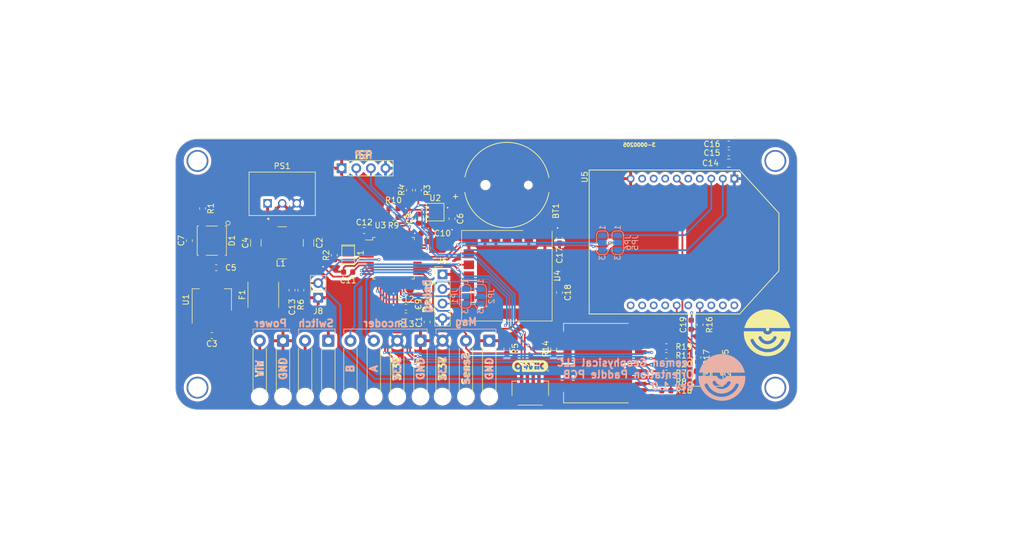
<source format=kicad_pcb>
(kicad_pcb (version 20240108) (generator "pcbnew") (generator_version "8.0")
  (title_block (title "Orientation Paddle - NSSL EFM") (date "2024-03-22") (rev "1.0") (company "Leeman Geophysical LLC") (comment 1 "(479) 373-3736") (comment 2 "Gentry, AR 72734") (comment 3 "23830 West AR Highway 12"))
  (layers (0 "F.Cu" signal) (31 "B.Cu" signal) (34 "B.Paste" user) (35 "F.Paste" user) (36 "B.SilkS" user "B.Silkscreen") (37 "F.SilkS" user "F.Silkscreen") (38 "B.Mask" user) (39 "F.Mask" user) (44 "Edge.Cuts" user))
  (net 0 "")
  (net 1 "Net-(BT1-+)")
  (net 2 "GND")
  (net 3 "+3V3")
  (net 4 "+BATT")
  (net 5 "Net-(PS1-+VIN)")
  (net 6 "+5V")
  (net 7 "Reset")
  (net 8 "Net-(D1-DIN)")
  (net 9 "Net-(C19-Pad2)")
  (net 11 "Net-(D2-A)")
  (net 12 "Net-(D3-A)")
  (net 13 "Net-(J5-Pin_1)")
  (net 14 "Encoder_A")
  (net 15 "Encoder_B")
  (net 16 "SDA")
  (net 17 "SCL")
  (net 18 "Mag_Sens")
  (net 19 "Net-(J4-Pin_2)")
  (net 20 "UART3_TX")
  (net 21 "UART3_RX")
  (net 22 "SWCLK")
  (net 23 "SWDIO")
  (net 24 "Net-(J10-DAT2)")
  (net 25 "SD_CS")
  (net 26 "SPI_MOSI")
  (net 27 "SPI_SCK")
  (net 28 "SPI_MISO")
  (net 29 "Net-(J10-DAT1)")
  (net 30 "SD_CD")
  (net 31 "Net-(JP1-C)")
  (net 32 "Net-(JP2-C)")
  (net 33 "XBee_TX")
  (net 34 "Net-(JP5-C)")
  (net 35 "XBee_RX")
  (net 36 "Net-(JP6-C)")
  (net 37 "LED")
  (net 38 "Net-(U3-PD0)")
  (net 39 "Net-(U3-PD1)")
  (net 40 "Boot0")
  (net 41 "Boot1")
  (net 42 "Net-(U5-~{DIO10{slash}PWM0})")
  (net 43 "Net-(U5-AD3{slash}DIO3{slash}nSSEL)")
  (net 44 "Net-(U5-Assoc{slash}DIO5)")
  (net 49 "GPS_PPS")
  (net 50 "GPS_TX")
  (net 51 "GPS_RX")
  (footprint "resistors_0603:1-0000010" (layer "F.Cu") (at 141.097 140.97 180)
    (property "Reference" "R7")
    (property "Value" "1-0000010")
  )
  (footprint "microcontrollers:1-0000207" (layer "F.Cu") (at 93.726 121.031)
    (property "Reference" "U3")
    (property "Value" "1-0000207")
  )
  (footprint "np_connectors:SolderWire_1x04_Relief" (layer "F.Cu") (at 92.275 133.747)
    (property "Reference" "J1" (hide yes))
    (property "Value" "NP_Conn_01x04_Relief")
  )
  (footprint "misc:barepcb" (layer "F.Cu") (at 162.941 170.18)
    (property "Reference" "PCB1")
    (property "Value" "barepcb")
  )
  (footprint "resistors_0603:1-0000010" (layer "F.Cu") (at 98.044 109.22 -90)
    (property "Reference" "R3")
    (property "Value" "1-0000010")
  )
  (footprint "dc_dc_converters:1-0000727" (layer "F.Cu") (at 74.402 109.855)
    (property "Reference" "PS1")
    (property "Value" "1-0000727")
  )
  (footprint "resistors_0603:1-0000010" (layer "F.Cu") (at 141.097 137.922 180)
    (property "Reference" "R11")
    (property "Value" "1-0000010")
  )
  (footprint "leds_0805:1-0000599" (layer "F.Cu") (at 149.987 141.5795 90)
    (property "Reference" "D2")
    (property "Value" "1-0000599")
  )
  (footprint "np_connectors:SolderWire_1x02_Relief" (layer "F.Cu") (at 72.463 134.764)
    (property "Reference" "J4" (hide yes))
    (property "Value" "NP_Conn_01x02_Relief")
  )
  (footprint "pcb_graphics:PCB Logo Standard" (layer "F.Cu") (at 158.623 133.985)
    (property "Reference" "G***" (hide yes))
    (property "Value" "LOGO" (hide yes))
  )
  (footprint "mechanical:MountingHole_imperial6" (layer "F.Cu") (at 160.02 104.14)
    (property "Reference" "H4" (hide yes))
    (property "Value" "Imperial6")
  )
  (footprint "crystals_resonators:1-0000721" (layer "F.Cu") (at 85.852 120.523 -90)
    (property "Reference" "Y1")
    (property "Value" "1-0000721")
  )
  (footprint "resistors_0603:1-0000174" (layer "F.Cu") (at 93.726 112.395)
    (property "Reference" "R10")
    (property "Value" "1-0000174")
  )
  (footprint "np_connectors:SolderWire_1x03_Relief" (layer "F.Cu") (at 104.211 133.747)
    (property "Reference" "J3" (hide yes))
    (property "Value" "NP_Conn_01x03_Relief")
  )
  (footprint "resistors_0603:1-0000008" (layer "F.Cu") (at 149.987 138.2775 -90)
    (property "Reference" "R15")
    (property "Value" "1-0000008")
  )
  (footprint "capacitors_0603:1-0000007" (layer "F.Cu") (at 122.555 117.602 -90)
    (property "Reference" "C17")
    (property "Value" "1-0000007")
  )
  (footprint "mechanical:MountingHole_imperial6" (layer "F.Cu") (at 59.69 143.51)
    (property "Reference" "H1" (hide yes))
    (property "Value" "Imperial6")
  )
  (footprint "resistors_0603:1-0000174" (layer "F.Cu") (at 141.097 144.018 180)
    (property "Reference" "R18")
    (property "Value" "1-0000174")
  )
  (footprint "resistors_0603:1-0000006" (layer "F.Cu") (at 146.939 132.588 90)
    (property "Reference" "R16")
    (property "Value" "1-0000006")
  )
  (footprint "connectors:1-0000050" (layer "F.Cu") (at 143.944 118.237 -90)
    (property "Reference" "J9" (hide yes))
    (property "Value" "1-0000050" (hide yes))
  )
  (footprint "lib_fp:5mm qwiic logo" (layer "F.Cu") (at 117.475 139.7)
    (property "Reference" "G***" (hide yes))
    (property "Value" "QWIIC" (hide yes))
  )
  (footprint "resistors_0603:1-0000006" (layer "F.Cu") (at 95.885 129.54 180)
    (property "Reference" "R12")
    (property "Value" "1-0000006")
  )
  (footprint "np_connectors:PinHeader_1x04_P2.54mm_Vertical" (layer "F.Cu") (at 84.719 105.41 90)
    (property "Reference" "J7" (hide yes))
    (property "Value" "NP_Conn_01x04")
  )
  (footprint "leds_0805:1-0000601" (layer "F.Cu") (at 146.558 141.5795 90)
    (property "Reference" "D3")
    (property "Value" "1-0000601")
  )
  (footprint "fuses:1-0001517" (layer "F.Cu") (at 71.12 127.381 90)
    (property "Reference" "F1")
    (property "Value" "1-0001517")
  )
  (footprint "capacitors_0603:1-0000007" (layer "F.Cu") (at 98.044 126.619 -90)
    (property "Reference" "C9")
    (property "Value" "1-0000007")
  )
  (footprint "resistors_0603:1-0000008" (layer "F.Cu") (at 146.558 138.2775 90)
    (property "Reference" "R17")
    (property "Value" "1-0000008")
  )
  (footprint "mechanical:Fiducial_1mm_Mask2mm" (layer "F.Cu") (at 66.04 102.87)
    (property "Reference" "FID2" (hide yes))
    (property "Value" "Fiducial_1mm_2mm")
  )
  (footprint "capacitors_0805:1-0000075" (layer "F.Cu") (at 151.9405 104.521 180)
    (property "Reference" "C14")
    (property "Value" "1-0000075")
  )
  (footprint "capacitors_0603:1-0000007" (layer "F.Cu") (at 76.112 126.586 -90)
    (property "Reference" "C13")
    (property "Value" "1-0000007")
  )
  (footprint "capacitors_0603:1-0000007" (layer "F.Cu") (at 88.6205 116.2305 180)
    (property "Reference" "C12")
    (property "Value" "1-0000007")
  )
  (footprint "resistors_0603:1-0000679" (layer "F.Cu") (at 60.579 112.395 -90)
    (property "Reference" "R1")
    (property "Value" "1-0000679")
  )
  (footprint "resistors_0603:1-0000006" (layer "F.Cu") (at 93.726 113.919 180)
    (property "Reference" "R9")
    (property "Value" "1-0000006")
  )
  (footprint "resistors_0603:1-0000174" (layer "F.Cu") (at 95.885 131.064)
    (property "Reference" "R13")
    (property "Value" "1-0000174")
  )
  (footprint "resistors_0603:1-0000010" (layer "F.Cu") (at 77.636 126.586 90)
    (property "Reference" "R6")
    (property "Value" "1-0000010")
  )
  (footprint "capacitors_0603:1-0000018" (layer "F.Cu") (at 62.179 134.468 180)
    (property "Reference" "C3")
    (property "Value" "1-0000018")
  )
  (footprint "np_connectors:SolderWire_1x02_Relief" (layer "F.Cu") (at 80.337 134.764)
    (property "Reference" "J5" (hide yes))
    (property "Value" "NP_Conn_01x02_Relief")
  )
  (footprint "resistors_0603:1-0000010" (layer "F.Cu") (at 121.539 136.779 -90)
    (property "Reference" "R14")
    (property "Value" "1-0000010")
  )
  (footprint "capacitors_0603:1-0000007" (layer "F.Cu") (at 145.415 132.588 -90)
    (property "Reference" "C19")
    (property "Value" "1-0000007")
  )
  (footprint "batteries:1-0000246" (layer "F.Cu") (at 113.411 108.331 -90)
    (property "Reference" "BT1")
    (property "Value" "1-0000246")
  )
  (footprint "resistors_0603:1-0000010" (layer "F.Cu") (at 96.52 109.22 -90)
    (property "Reference" "R4")
    (property "Value" "1-0000010")
  )
  (footprint "capacitors_0603:1-0000018" (layer "F.Cu") (at 58.293 117.983 90)
    (property "Reference" "C7")
    (property "Value" "1-0000018")
  )
  (footprint "capacitors_0603:1-0000019" (layer "F.Cu") (at 62.941 122.682)
    (property "Reference" "C5")
    (property "Value" "1-0000019")
  )
  (footprint "regulators:1-0001232" (layer "F.Cu") (at 62.179 128.245 90)
    (property "Reference" "U1")
    (property "Value" "1-0001232")
  )
  (footprint "capacitors_0603:1-0000007" (layer "F.Cu") (at 99.314 116.713)
    (property "Reference" "C10")
    (property "Value" "1-0000007")
  )
  (footprint "connectors:1-0001205" (layer "F.Cu") (at 117.475 144.272 180)
    (property "Reference" "J2" (hide yes))
    (property "Value" "1-0001205")
  )
  (footprint "resistors_0603:1-0000010" (layer "F.Cu") (at 141.097 142.494 180)
    (property "Reference" "R8")
    (property "Value" "1-0000010")
  )
  (footprint "mechanical:MountingHole_imperial6" (layer "F.Cu") (at 160.02 143.51)
    (property "Reference" "H2" (hide yes))
    (property "Value" "Imperial6")
  )
  (footprint "capacitors_0603:1-0000007" (layer "F.Cu") (at 99.568 132.1055 90)
    (property "Reference" "C1")
    (property "Value" "1-0000007")
  )
  (footprint "np_connectors:PinHeader_1x04_P2.54mm_Vertical" (layer "F.Cu") (at 102.235 123.835)
    (property "Reference" "J6")
    (property "Value" "NP_Conn_01x04")
  )
  (footprint "others:1-0000785" (layer "F.Cu") (at 152.904 118.219 -90)
    (property "Reference" "U5")
    (property "Value" "1-0000785" (hide yes))
  )
  (footprint "capacitors_0603:1-0000007" (layer "F.Cu") (at 98.044 114.173 -90)
    (property "Reference" "C8")
    (property "Value" "1-0000007")
  )
  (footprint "capacitors_0603:1-0000018" (layer "F.Cu") (at 151.9405 102.743 180)
    (property "Reference" "C15")
    (property "Value" "1-0000018")
  )
  (footprint "capacitors_0603:1-0000007" (layer "F.Cu") (at 122.555 127 -90)
    (property "Reference" "C18")
    (property "Value" "1-0000007")
  )
  (footprint "sensors:1-0001471" (layer "F.Cu") (at 100.965 113.03 180)
    (property "Reference" "U2")
    (property "Value" "1-0001471" (hide yes))
  )
  (footprint "capacitors_1206:1-0000136" (layer "F.Cu") (at 69.83 118.364 90)
    (property "Reference" "C4")
    (property "Value" "1-0000136")
  )
  (footprint "inductors:1-0000931" (layer "F.Cu") (at 74.402 118.364 180)
    (property "Reference" "L1")
    (property "Value" "1-0000931")
  )
  (footprint "capacitors_1206:1-0000136" (layer "F.Cu") (at 78.974 118.364 90)
    (property "Reference" "C2")
    (property "Value" "1-0000136")
  )
  (footprint "mechanical:Fiducial_1mm_Mask2mm" (layer "F.Cu") (at 153.67 144.78)
    (property "Reference" "FID1" (hide yes))
    (property "Value" "Fiducial_1mm_2mm")
  )
  (footprint "mechanical:MountingHole_imperial6" (layer "F.Cu") (at 59.69 104.14)
    (property "Reference" "H3" (hide yes))
    (property "Value" "Imperial6")
  )
  (footprint "others:1-0000446" (layer "F.Cu") (at 113.411 124.079 -90)
    (property "Reference" "U4")
    (property "Value" "1-0000446")
  )
  (footprint "capacitors_0603:1-0000007" (layer "F.Cu") (at 141.097 139.446 180)
    (property "Reference" "C20")
    (property "Value" "1-0000007")
  )
  (footprint "np_connectors:PinHeader_1x02_P2.54mm_Vertical" (layer "F.Cu") (at 80.645 127.894 180)
    (property "Reference" "J8")
    (property "Value" "NP_Conn_01x02")
  )
  (footprint "resistors_0603:1-0000010" (layer "F.Cu") (at 113.411 136.7535 -90)
    (property "Reference" "R5")
    (property "Value" "1-0000010")
  )
  (footprint "resistors_0603:1-0000009" (layer "F.Cu") (at 83.439 120.523 -90)
    (property "Reference" "R2")
    (property "Value" "1-0000009")
  )
  (footprint "leds_other:1-0000399" (layer "F.Cu") (at 62.179 117.983 90)
    (property "Reference" "D1")
    (property "Value" "1-0000399")
  )
  (footprint "resistors_0603:1-0000174" (layer "F.Cu") (at 141.097 136.398 180)
    (property "Reference" "R19")
    (property "Value" "1-0000174")
  )
  (footprint "capacitors_0603:1-0000007" (layer "F.Cu") (at 85.852 123.444 180)
    (property "Reference" "C11")
    (property "Value" "1-0000007")
  )
  (footprint "capacitors_0603:1-0000007" (layer "F.Cu") (at 103.886 114.173 -90)
    (property "Reference" "C6")
    (property "Value" "1-0000007")
  )
  (footprint "capacitors_0603:1-0000007" (layer "F.Cu") (at 151.9405 101.219 180)
    (property "Reference" "C16")
    (property "Value" "1-0000007")
  )
  (footprint "connectors:1-0000190" (layer "F.Cu") (at 130.302 139.446 90)
    (property "Reference" "J10" (hide yes))
    (property "Value" "1-0000190" (hide yes))
  )
  (footprint "Jumper:SolderJumper-3_P1.3mm_Open_RoundedPad1.0x1.5mm_NumberLabels" (layer "B.Cu") (at 106.172 127.635 -90)
    (property "Reference" "JP1")
    (property "Value" "SolderJumper_3_Open")
  )
  (footprint "Jumper:SolderJumper-3_P1.3mm_Open_RoundedPad1.0x1.5mm_NumberLabels" (layer "B.Cu") (at 132.6515 118.334 -90)
    (property "Reference" "JP5")
    (property "Value" "SolderJumper_3_Open")
  )
  (footprint "Jumper:SolderJumper-3_P1.3mm_Open_RoundedPad1.0x1.5mm_NumberLabels" (layer "B.Cu") (at 129.9845 118.334 -90)
    (property "Reference" "JP6")
    (property "Value" "SolderJumper_3_Open")
  )
  (footprint "pcb_graphics:PCB Logo Standard" (layer "B.Cu") (at 150.749 141.732 180)
    (property "Reference" "G***" (hide yes))
    (property "Value" "LOGO" (hide yes))
  )
  (footprint "Jumper:SolderJumper-3_P1.3mm_Open_RoundedPad1.0x1.5mm_NumberLabels" (layer "B.Cu") (at 108.839 127.645 -90)
    (property "Reference" "JP2")
    (property "Value" "SolderJumper_3_Open")
  )
  (gr_line (start 85.09 134.112) (end 85.09 133.35) (stroke (width 0.15)) (layer "B.SilkS"))
  (gr_line (start 111.506 133.35) (end 111.506 134.112) (stroke (width 0.15)) (layer "B.SilkS"))
  (gr_line (start 69.342 133.35) (end 75.692 133.35) (stroke (width 0.15)) (layer "B.SilkS"))
  (gr_line (start 101.092 134.112) (end 101.092 133.35) (stroke (width 0.15)) (layer "B.SilkS"))
  (gr_line (start 75.692 133.35) (end 75.692 134.112) (stroke (width 0.15)) (layer "B.SilkS"))
  (gr_line (start 85.09 133.35) (end 99.568 133.35) (stroke (width 0.15)) (layer "B.SilkS"))
  (gr_line (start 101.092 133.35) (end 111.506 133.35) (stroke (width 0.15)) (layer "B.SilkS"))
  (gr_line (start 69.342 134.112) (end 69.342 133.35) (stroke (width 0.15)) (layer "B.SilkS"))
  (gr_line (start 77.216 133.35) (end 83.566 133.35) (stroke (width 0.15)) (layer "B.SilkS"))
  (gr_line (start 83.566 133.35) (end 83.566 134.112) (stroke (width 0.15)) (layer "B.SilkS"))
  (gr_line (start 77.216 134.112) (end 77.216 133.35) (stroke (width 0.15)) (layer "B.SilkS"))
  (gr_line (start 99.568 133.35) (end 99.568 134.112) (stroke (width 0.15)) (layer "B.SilkS"))
  (gr_arc (start 59.69 147.32) (mid 56.995923 146.204077) (end 55.88 143.51) (stroke (width 0.1)) (layer "Edge.Cuts"))
  (gr_line (start 55.88 104.14) (end 55.88 143.51) (stroke (width 0.1)) (layer "Edge.Cuts"))
  (gr_line (start 160.02 100.33) (end 59.69 100.33) (stroke (width 0.1)) (layer "Edge.Cuts"))
  (gr_arc (start 163.83 143.51) (mid 162.714077 146.204077) (end 160.02 147.32) (stroke (width 0.1)) (layer "Edge.Cuts"))
  (gr_arc (start 55.88 104.14) (mid 56.995923 101.445923) (end 59.69 100.33) (stroke (width 0.1)) (layer "Edge.Cuts"))
  (gr_arc (start 160.02 100.33) (mid 162.714077 101.445923) (end 163.83 104.14) (stroke (width 0.1)) (layer "Edge.Cuts"))
  (gr_line (start 59.69 147.32) (end 160.02 147.32) (stroke (width 0.1)) (layer "Edge.Cuts"))
  (gr_line (start 163.83 143.51) (end 163.83 104.14) (stroke (width 0.1)) (layer "Edge.Cuts"))
  (gr_text "Debug" (at 99.554373 127.622053 90) (layer "B.SilkS") (effects (font (size 1.27 1.27) (thickness 0.3175)) (justify mirror)))
  (gr_text "GND" (at 74.549 140.208 90) (layer "B.SilkS") (effects (font (size 1.27 1.27) (thickness 0.3175)) (justify mirror)))
  (gr_text "Leeman Geophysical LLC\nOrientation Paddle PCB\nRev 1.0" (at 146.05 141.224 0) (layer "B.SilkS") (effects (font (size 1.27 1.27) (thickness 0.3)) (justify left mirror)))
  (gr_text "GND" (at 110.363 140.208 90) (layer "B.SilkS") (effects (font (size 1.27 1.27) (thickness 0.3175)) (justify mirror)))
  (gr_text "B" (at 86.233 140.208 90) (layer "B.SilkS") (effects (font (size 1.27 1.27) (thickness 0.3175)) (justify mirror)))
  (gr_text "A" (at 90.297 140.208 90) (layer "B.SilkS") (effects (font (size 1.27 1.27) (thickness 0.3175)) (justify mirror)))
  (gr_text "Sense" (at 106.299 140.208 90) (layer "B.SilkS") (effects (font (size 1.27 1.27) (thickness 0.3175)) (justify mirror)))
  (gr_text "3.3V" (at 94.361 140.207999 90) (layer "B.SilkS") (effects (font (size 1.27 1.27) (thickness 0.3175)) (justify mirror)))
  (gr_text "Mag" (at 106.299 132.08 0) (layer "B.SilkS") (effects (font (size 1.27 1.27) (thickness 0.3175)) (justify mirror)))
  (gr_text "ISP" (at 88.519 103.124 0) (layer "B.SilkS") (effects (font (size 1.27 1.27) (thickness 0.3175)) (justify mirror)))
  (gr_text "Power" (at 72.39 132.334 0) (layer "B.SilkS") (effects (font (size 1.27 1.27) (thickness 0.3175)) (justify mirror)))
  (gr_text "Switch" (at 80.264 132.334 0) (layer "B.SilkS") (effects (font (size 1.27 1.27) (thickness 0.3175)) (justify mirror)))
  (gr_text "Encoder" (at 92.329 132.334 0) (layer "B.SilkS") (effects (font (size 1.27 1.27) (thickness 0.3175)) (justify mirror)))
  (gr_text "GND" (at 98.425 140.208 90) (layer "B.SilkS") (effects (font (size 1.27 1.27) (thickness 0.3175)) (justify mirror)))
  (gr_text "3.3V" (at 102.235 140.207999 90) (layer "B.SilkS") (effects (font (size 1.27 1.27) (thickness 0.3175)) (justify mirror)))
  (gr_text "Vin" (at 70.485 140.207999 90) (layer "B.SilkS") (effects (font (size 1.27 1.27) (thickness 0.3175)) (justify mirror)))
  (gr_text "3.3V" (at 102.235 140.208001 90) (layer "F.SilkS") (effects (font (size 1.27 1.27) (thickness 0.3175))))
  (gr_text "3-0000205" (at 136.398 101.346 0) (layer "F.SilkS") (effects (font (size 0.635 0.635) (thickness 0.15875)) (justify mirror)))
  (gr_text "Debug" (at 99.555495 127.635 90) (layer "F.SilkS") (effects (font (size 1.27 1.27) (thickness 0.3175))))
  (gr_text "B" (at 86.233 140.208 90) (layer "F.SilkS") (effects (font (size 1.27 1.27) (thickness 0.3175))))
  (gr_text "GND" (at 110.363 140.208 90) (layer "F.SilkS") (effects (font (size 1.27 1.27) (thickness 0.3175))))
  (gr_text "Sense" (at 106.299 140.208 90) (layer "F.SilkS") (effects (font (size 1.27 1.27) (thickness 0.3175))))
  (gr_text "GND" (at 98.425 140.208 90) (layer "F.SilkS") (effects (font (size 1.27 1.27) (thickness 0.3175))))
  (gr_text "A" (at 90.297 140.208 90) (layer "F.SilkS") (effects (font (size 1.27 1.27) (thickness 0.3175))))
  (gr_text "ISP" (at 88.519 103.124 0) (layer "F.SilkS") (effects (font (size 1.27 1.27) (thickness 0.3175))))
  (gr_text "Vin" (at 70.485 140.208001 90) (layer "F.SilkS") (effects (font (size 1.27 1.27) (thickness 0.3175))))
  (gr_text "GND" (at 74.549 140.208 90) (layer "F.SilkS") (effects (font (size 1.27 1.27) (thickness 0.3175))))
  (gr_text "3.3V" (at 94.361 140.208001 90) (layer "F.SilkS") (effects (font (size 1.27 1.27) (thickness 0.3175))))
  (segment (start 106.9975 113.538) (end 112.268 113.538) (width 0.3048) (layer "F.Cu") (net 1))
  (segment (start 105.436 108.331) (end 105.436 111.9765) (width 0.3048) (layer "F.Cu") (net 1))
  (segment (start 112.268 113.538) (end 113.411 114.681) (width 0.3048) (layer "F.Cu") (net 1))
  (segment (start 105.436 111.9765) (end 106.9975 113.538) (width 0.3048) (layer "F.Cu") (net 1))
  (segment (start 113.411 114.681) (end 113.411 117.479) (width 0.3048) (layer "F.Cu") (net 1))
  (segment (start 85.852 120.523) (end 82.55 120.523) (width 0.3048) (layer "F.Cu") (net 2))
  (segment (start 95.976 125.1935) (end 95.976 126.583) (width 0.3048) (layer "F.Cu") (net 2))
  (segment (start 89.5635 121.781) (end 87.572711 121.781) (width 0.3048) (layer "F.Cu") (net 2))
  (segment (start 97.8885 118.781) (end 99.278 118.781) (width 0.3048) (layer "F.Cu") (net 2))
  (segment (start 102.165 113.43) (end 103.8415 113.43) (width 0.3048) (layer "F.Cu") (net 2))
  (segment (start 103.8415 113.43) (end 103.886 113.3855) (width 0.3048) (layer "F.Cu") (net 2))
  (segment (start 85.0645 122.7075) (end 85.0645 123.444) (width 0.3048) (layer "F.Cu") (net 2))
  (segment (start 99.278 118.781) (end 100.1015 117.9575) (width 0.3048) (layer "F.Cu") (net 2))
  (segment (start 91.476 115.606) (end 90.932 115.062) (width 0.3048) (layer "F.Cu") (net 2))
  (segment (start 91.476 116.8685) (end 91.476 115.606) (width 0.3048) (layer "F.Cu") (net 2))
  (segment (start 87.572711 121.781) (end 86.986245 122.367466) (width 0.3048) (layer "F.Cu") (net 2))
  (segment (start 85.404534 122.367466) (end 85.0645 122.7075) (width 0.3048) (layer "F.Cu") (net 2))
  (segment (start 86.986245 122.367466) (end 85.404534 122.367466) (width 0.3048) (layer "F.Cu") (net 2))
  (segment (start 100.1015 117.9575) (end 100.1015 116.713) (width 0.3048) (layer "F.Cu") (net 2))
  (segment (start 96.7995 127.4065) (end 98.044 127.4065) (width 0.3048) (layer "F.Cu") (net 2))
  (segment (start 95.976 126.583) (end 96.7995 127.4065) (width 0.3048) (layer "F.Cu") (net 2))
  (segment (start 122.555 126.2125) (end 120.2445 126.2125) (width 0.3048) (layer "F.Cu") (net 3))
  (segment (start 140.3605 139.446) (end 141.8845 137.922) (width 0.3048) (layer "F.Cu") (net 3))
  (segment (start 77.636 127.3735) (end 77.636 128.866) (width 0.3048) (layer "F.Cu") (net 3))
  (segment (start 152.878 102.893) (end 152.728 102.743) (width 0.3048) (layer "F.Cu") (net 3))
  (segment (start 93.726 129.159) (end 93.726 127.127) (width 0.3048) (layer "F.Cu") (net 3))
  (segment (start 95.123 113.919) (end 95.5548 113.4872) (width 0.3048) (layer "F.Cu") (net 3))
  (segment (start 90.0685 116.2305) (end 90.7065 116.8685) (width 0.3048) (layer "F.Cu") (net 3))
  (segment (start 89.408 116.2305) (end 89.408 115.062) (width 0.3048) (layer "F.Cu") (net 3))
  (segment (start 113.411 135.966) (end 114.757 135.966) (width 0.3048) (layer "F.Cu") (net 3))
  (segment (start 138.457 139.546) (end 136.652 139.546) (width 0.3048) (layer "F.Cu") (net 3))
  (segment (start 141.8845 136.398) (end 141.8845 137.922) (width 0.3048) (layer "F.Cu") (net 3))
  (segment (start 120.2945 135.9915) (end 120.269 136.017) (width 0.3048) (layer "F.Cu") (net 3))
  (segment (start 90.7065 116.8685) (end 90.976 116.8685) (width 0.3048) (layer "F.Cu") (net 3))
  (segment (start 98.044 125.8315) (end 99.4155 125.8315) (width 0.3048) (layer "F.Cu") (net 3))
  (segment (start 98.5265 116.713) (end 98.5265 117.3735) (width 0.3048) (layer "F.Cu") (net 3))
  (segment (start 115.951 115.443) (end 121.8565 115.443) (width 0.3048) (layer "F.Cu") (net 3))
  (segment (start 102.165 114.23) (end 102.927 114.23) (width 0.3048) (layer "F.Cu") (net 3))
  (segment (start 81.5 122.5) (end 83.2238 124.2238) (width 0.3048) (layer "F.Cu") (net 3))
  (segment (start 138.457 139.546) (end 140.2095 139.546) (width 0.3048) (layer "F.Cu") (net 3))
  (segment (start 99.781 132.893) (end 102.247 135.359) (width 0.3048) (layer "F.Cu") (net 3))
  (segment (start 102.762 112.63) (end 103.124 112.268) (width 0.3048) (layer "F.Cu") (net 3))
  (segment (start 98.5265 117.3735) (end 97.8885 118.0115) (width 0.3048) (layer "F.Cu") (net 3))
  (segment (start 140.3095 139.446) (end 140.3605 139.446) (width 0.3048) (layer "F.Cu") (net 3))
  (segment (start 134.454 139.546) (end 134 140) (width 0.3048) (layer "F.Cu") (net 3))
  (segment (start 86.6395 123.444) (end 86.6395 123.4185) (width 0.3048) (layer "F.Cu") (net 3))
  (segment (start 116.975 140.597) (end 116.586 140.208) (width 0.3048) (layer "F.Cu") (net 3))
  (segment (start 99.568 132.893) (end 99.781 132.893) (width 0.3048) (layer "F.Cu") (net 3))
  (segment (start 95.5548 112.697644) (end 95.871222 112.381222) (width 0.3048) (layer "F.Cu") (net 3))
  (segment (start 102.927 114.23) (end 103.1555 114.23) (width 0.3048) (layer "F.Cu") (net 3))
  (segment (start 87.777 122.281) (end 89.5635 122.281) (width 0.3048) (layer "F.Cu") (net 3))
  (segment (start 115.311 117.479) (end 115.311 116.083) (width 0.3048) (layer "F.Cu") (net 3))
  (segment (start 121.8565 115.443) (end 122.20575 115.79225) (width 0.3048) (layer "F.Cu") (net 3))
  (segment (start 141.8845 142.494) (end 141.8845 144.018) (width 0.3048) (layer "F.Cu") (net 3))
  (segment (start 122.555 126.2125) (end 122.555 124.841) (width 0.3048) (layer "F.Cu") (net 3))
  (segment (start 89.5635 117.6305) (end 89.5635 118.281) (width 0.3048) (layer "F.Cu") (net 3))
  (segment (start 141.8845 140.97) (end 141.8845 142.494) (width 0.3048) (layer "F.Cu") (net 3))
  (segment (start 98.044 113.3855) (end 97.8155 113.3855) (width 0.3048) (layer "F.Cu") (net 3))
  (segment (start 98.044 108.4325) (end 96.52 108.4325) (width 0.3048) (layer "F.Cu") (net 3))
  (segment (start 116.975 141.972) (end 116.975 140.597) (width 0.3048) (layer "F.Cu") (net 3))
  (segment (start 85.8597 124.2238) (end 86.6395 123.444) (width 0.3048) (layer "F.Cu") (net 3))
  (segment (start 114.757 135.966) (end 114.808 136.017) (width 0.3048) (layer "F.Cu") (net 3))
  (segment (start 94.5135 113.919) (end 95.123 113.919) (width 0.3048) (layer "F.Cu") (net 3))
  (segment (start 95.5548 113.4872) (end 95.5548 112.697644) (width 0.3048) (layer "F.Cu") (net 3))
  (segment (start 99.4155 125.8315) (end 99.441 125.857) (width 0.3048) (layer "F.Cu") (net 3))
  (segment (start 103.1555 114.23) (end 103.886 114.9605) (width 0.3048) (layer "F.Cu") (net 3))
  (segment (start 152.878 104.521) (end 152.878 107.193) (width 0.3048) (layer "F.Cu") (net 3))
  (segment (start 97.406 125.1935) (end 98.044 125.8315) (width 0.3048) (layer "F.Cu") (net 3))
  (segment (start 152.878 104.521) (end 152.878 102.893) (width 0.3048) (layer "F.Cu") (net 3))
  (segment (start 77.636 128.866) (end 77.597 128.905) (width 0.3048) (layer "F.Cu") (net 3))
  (segment (start 89.408 116.2305) (end 89.408 117.475) (width 0.3048) (layer "F.Cu") (net 3))
  (segment (start 152.878 107.193) (end 152.904 107.219) (width 0.3048) (layer "F.Cu") (net 3))
  (segment (start 122.20575 115.79225) (end 122.555 116.1415) (width 0.3048) (layer "F.Cu") (net 3))
  (segment (start 136.652 139.546) (end 134.454 139.546) (width 0.3048) (layer "F.Cu") (net 3))
  (segment (start 96.52 108.4325) (end 94.9705 108.4325) (width 0.3048) (layer "F.Cu") (net 3))
  (segment (start 89.408 116.2305) (end 90.0685 116.2305) (width 0.3048) (layer "F.Cu") (net 3))
  (segment (start 96.476 125.1935) (end 97.406 125.1935) (width 0.3048) (layer "F.Cu") (net 3))
  (segment (start 140.2095 139.546) (end 140.3095 139.446) (width 0.3048) (layer "F.Cu") (net 3))
  (segment (start 115.311 116.083) (end 115.951 115.443) (width 0.3048) (layer "F.Cu") (net 3))
  (segment (start 86.6395 123.4185) (end 87.777 122.281) (width 0.3048) (layer "F.Cu") (net 3))
  (segment (start 89.408 117.475) (end 89.5635 117.6305) (width 0.3048) (layer "F.Cu") (net 3))
  (segment (start 98.5265 116.713) (end 97.409 116.713) (width 0.3048) (layer "F.Cu") (net 3))
  (segment (start 96.6725 129.54) (end 98.044 129.54) (width 0.3048) (layer "F.Cu") (net 3))
  (segment (start 152.728 102.743) (end 152.728 101.219) (width 0.3048) (layer "F.Cu") (net 3))
  (segment (start 99.765 113.43) (end 98.0885 113.43) (width 0.3048) (layer "F.Cu") (net 3))
  (segment (start 122.555 116.1415) (end 122.555 116.8145) (width 0.3048) (layer "F.Cu") (net 3))
  (segment (start 94.9705 108.4325) (end 94.869 108.331) (width 0.3048) (layer "F.Cu") (net 3))
  (segment (start 83.2238 124.2238) (end 85.8597 124.2238) (width 0.3048) (layer "F.Cu") (net 3))
  (segment (start 102.165 112.63) (end 102.762 112.63) (width 0.3048) (layer "F.Cu") (net 3))
  (segment (start 97.8155 113.3855) (end 97.028 114.173) (width 0.3048) (layer "F.Cu") (net 3))
  (segment (start 140.3605 139.446) (end 141.8845 140.97) (width 0.3048) (layer "F.Cu") (net 3))
  (segment (start 120.2445 126.2125) (end 120.011 125.979) (width 0.3048) (layer "F.Cu") (net 3))
  (segment (start 103.886 114.9605) (end 103.886 116.078) (width 0.3048) (layer "F.Cu") (net 3))
  (segment (start 97.8885 118.0115) (end 97.8885 118.281) (width 0.3048) (layer "F.Cu") (net 3))
  (segment (start 121.539 135.9915) (end 120.2945 135.9915) (width 0.3048) (layer "F.Cu") (net 3))
  (via (at 89.408 115.062) (size 0.508) (drill 0.254) (layers "F.Cu" "B.Cu") (net 3))
  (via (at 138.457 139.546) (size 0.508) (drill 0.254) (layers "F.Cu" "B.Cu") (net 3))
  (via (at 98.044 129.54) (size 0.508) (drill 0.254) (layers "F.Cu" "B.Cu") (net 3))
  (via (at 116.586 140.208) (size 0.508) (drill 0.254) (layers "F.Cu" "B.Cu") (net 3))
  (via (at 114.808 136.017) (size 0.508) (drill 0.254) (layers "F.Cu" "B.Cu") (net 3))
  (via (at 77.597 128.905) (size 0.508) (drill 0.254) (layers "F.Cu" "B.Cu") (net 3))
  (via (at 95.871222 112.381222) (size 0.508) (drill 0.254) (layers "F.Cu" "B.Cu") (net 3))
  (via (at 122.555 124.841) (size 0.508) (drill 0.254) (layers "F.Cu" "B.Cu") (net 3))
  (via (at 97.409 116.713) (size 0.508) (drill 0.254) (layers "F.Cu" "B.Cu") (net 3))
  (via (at 120.269 136.017) (size 0.508) (drill 0.254) (layers "F.Cu" "B.Cu") (net 3))
  (via (at 97.028 114.173) (size 0.508) (drill 0.254) (layers "F.Cu" "B.Cu") (net 3))
  (via (at 122.20575 115.79225) (size 0.508) (drill 0.254) (layers "F.Cu" "B.Cu") (net 3))
  (via (at 134 140) (size 0.508) (drill 0.254) (layers "F.Cu" "B.Cu") (net 3))
  (via (at 103.124 112.268) (size 0.508) (drill 0.254) (layers "F.Cu" "B.Cu") (net 3))
  (via (at 99.441 125.857) (size 0.508) (drill 0.254) (layers "F.Cu" "B.Cu") (net 3))
  (via (at 94.869 108.331) (size 0.508) (drill 0.254) (layers "F.Cu" "B.Cu") (net 3))
  (via (at 103.886 116.078) (size 0.508) (drill 0.254) (layers "F.Cu" "B.Cu") (net 3))
  (via (at 93.726 127.127) (size 0.508) (drill 0.254) (layers "F.Cu" "B.Cu") (net 3))
  (via (at 93.726 129.159) (size 0.508) (drill 0.254) (layers "F.Cu" "B.Cu") (net 3))
  (via (at 81.5 122.5) (size 0.508) (drill 0.254) (layers "F.Cu" "B.Cu") (net 3))
  (segment (start 96.52 114.173) (end 95.871222 113.524222) (width 0.3048) (layer "B.Cu") (net 3))
  (segment (start 95.871222 113.524222) (end 95.871222 112.381222) (width 0.3048) (layer "B.Cu") (net 3))
  (segment (start 97.028 114.173) (end 96.52 114.173) (width 0.3048) (layer "B.Cu") (net 3))
  (segment (start 64.479 131.395) (end 64.479 133.844) (width 0.508) (layer "F.Cu") (net 4))
  (segment (start 71.12 123.9935) (end 71.12 125.984) (width 0.508) (layer "F.Cu") (net 4))
  (segment (start 64.479 128.434) (end 64.479 131.395) (width 0.508) (layer "F.Cu") (net 4))
  (segment (start 69.723 127.381) (end 65.532 127.381) (width 0.508) (layer "F.Cu") (net 4))
  (segment (start 65.532 127.381) (end 64.479 128.434) (width 0.508) (layer "F.Cu") (net 4))
  (segment (start 76.327 122.809) (end 75.1425 123.9935) (width 0.508) (layer "F.Cu") (net 4))
  (segment (start 75.1425 123.9935) (end 71.12 123.9935) (width 0.508) (layer "F.Cu") (net 4))
  (segment (start 76.327 118.364) (end 76.327 122.809) (width 0.508) (layer "F.Cu") (net 4))
  (segment (start 78.974 118.725) (end 78.974 119.764) (width 0.508) (layer "F.Cu") (net 4))
  (segment (start 71.12 125.984) (end 69.723 127.381) (width 0.508) (layer "F.Cu") (net 4))
  (segment (start 76.327 118.364) (end 78.613 118.364) (width 0.508) (layer "F.Cu") (net 4))
  (segment (start 63.83 134.493) (end 62.9915 134.493) (width 0.508) (layer "F.Cu") (net 4))
  (segment (start 78.613 118.364) (end 78.974 118.725) (width 0.508) (layer "F.Cu") (net 4))
  (segment (start 62.9915 134.493) (end 62.9665 134.468) (width 0.508) (layer "F.Cu") (net 4))
  (segment (start 64.479 133.844) (end 63.83 134.493) (width 0.508) (layer "F.Cu") (net 4))
  (segment (start 69.83 118.765) (end 69.83 119.764) (width 0.508) (layer "F.Cu") (net 5))
  (segment (start 71.862 113.264) (end 71.862 111.505) (width 0.508) (layer "F.Cu") (net 5))
  (segment (start 70.231 118.364) (end 69.83 118.765) (width 0.508) (layer "F.Cu") (net 5))
  (segment (start 72.477 113.879) (end 71.862 113.264) (width 0.508) (layer "F.Cu") (net 5))
  (segment (start 72.477 118.364) (end 72.477 113.879) (width 0.508) (layer "F.Cu") (net 5))
  (segment (start 72.477 118.364) (end 70.231 118.364) (width 0.508) (layer "F.Cu") (net 5))
  (segment (start 59.041 120.433) (end 58.293 119.685) (width 0.508) (layer "F.Cu") (net 6))
  (segment (start 62.179 122.7075) (end 62.1535 122.682) (width 0.508) (layer "F.Cu") (net 6))
  (segment (start 61.163 122.682) (end 62.1535 122.682) (width 0.508) (layer "F.Cu") (net 6))
  (segment (start 60.579 120.433) (end 60.579 122.098) (width 0.508) (layer "F.Cu") (net 6))
  (segment (start 58.293 119.685) (end 58.293 118.7705) (width 0.508) (layer "F.Cu") (net 6))
  (segment (start 60.579 122.098) (end 61.163 122.682) (width 0.508) (layer "F.Cu") (net 6))
  (segment (start 62.179 125.095) (end 62.179 131.395) (width 0.508) (layer "F.Cu") (net 6))
  (segment (start 60.579 120.433) (end 59.041 120.433) (width 0.508) (layer "F.Cu") (net 6))
  (segment (start 62.179 125.095) (end 62.179 122.7075) (width 0.508) (layer "F.Cu") (net 6))
  (segment (start 79.249 125.354) (end 80.645 125.354) (width 0.3048) (layer "F.Cu") (net 7))
  (segment (start 145.5 130.5) (end 145.5 131.7155) (width 0.3048) (layer "F.Cu") (net 7))
  (segment (start 78.8045 125.7985) (end 79.249 125.354) (width 0.3048) (layer "F.Cu") (net 7))
  (segment (start 89.5635 121.281) (end 91.182 121.281) (width 0.3048) (layer "F.Cu") (net 7))
  (segment (start 91.182 121.281) (end 91.186 121.285) (width 0.3048) (layer "F.Cu") (net 7))
  (segment (start 76.112 125.7985) (end 77.636 125.7985) (width 0.3048) (layer "F.Cu") (net 7))
  (segment (start 145.5 131.7155) (end 145.415 131.8005) (width 0.3048) (layer "F.Cu") (net 7))
  (segment (start 77.636 125.7985) (end 78.8045 125.7985) (width 0.3048) (layer "F.Cu") (net 7))
  (via (at 145.5 130.5) (size 0.508) (drill 0.254) (layers "F.Cu" "B.Cu") (net 7))
  (via (at 91.186 121.285) (size 0.508) (drill 0.254) (layers "F.Cu" "B.Cu") (net 7))
  (segment (start 84.5 129.209) (end 84.5 136) (width 0.3048) (layer "B.Cu") (net 7))
  (segment (start 80.645 125.354) (end 84.5 129.209) (width 0.3048) (layer "B.Cu") (net 7))
  (segment (start 138 144) (end 144 144) (width 0.3048) (layer "B.Cu") (net 7))
  (segment (start 94 142) (end 136 142) (width 0.3048) (layer "B.Cu") (net 7))
  (segment (start 84.714 121.285) (end 80.645 125.354) (width 0.3048) (layer "B.Cu") (net 7))
  (segment (start 136 142) (end 138 144) (width 0.3048) (layer "B.Cu") (net 7))
  (segment (start 144 144) (end 145.5 142.5) (width 0.3048) (layer "B.Cu") (net 7))
  (segment (start 84.5 136) (end 90.5 142) (width 0.3048) (layer "B.Cu") (net 7))
  (segment (start 145.5 142.5) (end 145.5 130.5) (width 0.3048) (layer "B.Cu") (net 7))
  (segment (start 90.5 142) (end 94 142) (width 0.3048) (layer "B.Cu") (net 7))
  (segment (start 91.186 121.285) (end 84.714 121.285) (width 0.3048) (layer "B.Cu") (net 7))
  (segment (start 60.579 115.533) (end 60.579 113.1825) (width 0.508) (layer "F.Cu") (net 8))
  (segment (start 146.939 133.3755) (end 145.415 133.3755) (width 0.3048) (layer "F.Cu") (net 9))
  (segment (start 149.987 140.642) (end 149.987 139.065) (width 0.3048) (layer "F.Cu") (net 11))
  (segment (start 146.558 139.065) (end 146.558 140.642) (width 0.3048) (layer "F.Cu") (net 12))
  (segment (start 80.4765 130.7685) (end 71.12 130.7685) (width 0.508) (layer "F.Cu") (net 13))
  (segment (start 82.409 132.701) (end 80.4765 130.7685) (width 0.508) (layer "F.Cu") (net 13))
  (segment (start 82.409 135.36) (end 82.409 132.701) (width 0.508) (layer "F.Cu") (net 13))
  (segment (start 100.076 123.825) (end 99.969174 123.825) (width 0.3048) (layer "F.Cu") (net 14))
  (segment (start 99.969174 123.825) (end 99.425174 123.281) (width 0.3048) (layer "F.Cu") (net 14))
  (segment (start 99.425174 123.281) (end 97.8885 123.281) (width 0.3048) (layer "F.Cu") (net 14))
  (via (at 100.076 123.825) (size 0.508) (drill 0.254) (layers "F.Cu" "B.Cu") (net 14))
  (segment (start 99.641837 123.497663) (end 90.293637 123.497663) (width 0.3048) (layer "B.Cu") (net 14))
  (segment (start 100.076 123.825) (end 99.969174 123.825) (width 0.3048) (layer "B.Cu") (net 14))
  (segment (start 90.311 135.359) (end 89 134.048) (width 0.3048) (layer "B.Cu") (net 14))
  (segment (start 90.293637 123.497663) (end 89.14565 124.64565) (width 0.3048) (layer "B.Cu") (net 14))
  (segment (start 99.969174 123.825) (end 99.641837 123.497663) (width 0.3048) (layer "B.Cu") (net 14))
  (segment (start 89 134.048) (end 89 124.7913) (width 0.3048) (layer "B.Cu") (net 14))
  (segment (start 89 124.7913) (end 89.14565 124.64565) (width 0.3048) (layer "B.Cu") (net 14))
  (segment (start 100.076 123.141563) (end 99.715437 122.781) (width 0.3048) (layer "F.Cu") (net 15))
  (segment (start 99.715437 122.781) (end 97.8885 122.781) (width 0.3048) (layer "F.Cu") (net 15))
  (via (at 100.076 123.141563) (size 0.508) (drill 0.254) (layers "F.Cu" "B.Cu") (net 15))
  (segment (start 86.93985 126.03915) (end 89.938537 123.040463) (width 0.3048) (layer "B.Cu") (net 15))
  (segment (start 89.938537 123.040463) (end 99.9749 123.040463) (width 0.3048) (layer "B.Cu") (net 15))
  (segment (start 86.247 133.59) (end 86.93985 132.89715) (width 0.3048) (layer "B.Cu") (net 15))
  (segment (start 86.247 135.359) (end 86.247 133.59) (width 0.3048) (layer "B.Cu") (net 15))
  (segment (start 99.9749 123.040463) (end 100.076 123.141563) (width 0.3048) (layer "B.Cu") (net 15))
  (segment (start 86.93985 132.89715) (end 86.93985 126.03915) (width 0.3048) (layer "B.Cu") (net 15))
  (segment (start 99.765 112.63) (end 96.412 112.63) (width 0.3048) (layer "F.Cu") (net 16))
  (segment (start 115.951 138.7475) (end 117.975 140.7715) (width 0.3048) (layer "F.Cu") (net 16))
  (segment (start 96.52 110.0075) (end 96.52 112.522) (width 0.3048) (layer "F.Cu") (net 16))
  (segment (start 96.012 113.03) (end 96.012 114.427) (width 0.3048) (layer "F.Cu") (net 16))
  (segment (start 93.98 114.935) (end 93.476 115.439) (width 0.3048) (layer "F.Cu") (net 16))
  (segment (start 96.412 112.63) (end 96.012 113.03) (width 0.3048) (layer "F.Cu") (net 16))
  (segment (start 117.975 140.7715) (end 117.975 141.972) (width 0.3048) (layer "F.Cu") (net 16))
  (segment (start 93.476 115.439) (end 93.476 116.8685) (width 0.3048) (layer "F.Cu") (net 16))
  (segment (start 96.52 112.522) (end 96.412 112.63) (width 0.3048) (layer "F.Cu") (net 16))
  (segment (start 95.504 114.935) (end 93.98 114.935) (width 0.3048) (layer "F.Cu") (net 16))
  (segment (start 115.951 134.366) (end 115.951 138.7475) (width 0.3048) (layer "F.Cu") (net 16))
  (segment (start 96.012 114.427) (end 95.504 114.935) (width 0.3048) (layer "F.Cu") (net 16))
  (via (at 98.679 112.649) (size 0.508) (drill 0.254) (layers "F.Cu" "B.Cu") (net 16))
  (via (at 115.951 134.366) (size 0.508) (drill 0.254) (layers "F.Cu" "B.Cu") (net 16))
  (segment (start 114.325399 127.498665) (end 114.3254 132.7404) (width 0.3048) (layer "B.Cu") (net 16))
  (segment (start 98.679 115.685422) (end 100.019042 117.025464) (width 0.3048) (layer "B.Cu") (net 16))
  (segment (start 107.679934 120.8532) (end 114.325399 127.498665) (width 0.3048) (layer "B.Cu") (net 16))
  (segment (start 100.019042 119.577042) (end 101.2952 120.8532) (width 0.3048) (layer "B.Cu") (net 16))
  (segment (start 98.679 112.649) (end 98.679 115.685422) (width 0.3048) (layer "B.Cu") (net 16))
  (segment (start 114.3254 132.7404) (end 115.951 134.366) (width 0.3048) (layer "B.Cu") (net 16))
  (segment (start 101.2952 120.8532) (end 107.679934 120.8532) (width 0.3048) (layer "B.Cu") (net 16))
  (segment (start 100.019042 117.025464) (end 100.019042 119.577042) (width 0.3048) (layer "B.Cu") (net 16))
  (segment (start 96.4692 113.3661) (end 96.469199 114.616379) (width 0.3048) (layer "F.Cu") (net 17))
  (segment (start 94.169378 115.3922) (end 93.976 115.585578) (width 0.3048) (layer "F.Cu") (net 17))
  (segment (start 116.5098 138.6332) (end 116.5098 134.000936) (width 0.3048) (layer "F.Cu") (net 17))
  (segment (start 99.765 111.83) (end 98.044 111.83) (width 0.3048) (layer "F.Cu") (net 17))
  (segment (start 116.5098 134.000936) (end 116.478922 133.970058) (width 0.3048) (layer "F.Cu") (net 17))
  (segment (start 118.058078 140.208) (end 116.496539 138.646461) (width 0.3048) (layer "F.Cu") (net 17))
  (segment (start 118.975 140.438) (end 118.745 140.208) (width 0.3048) (layer "F.Cu") (net 17))
  (segment (start 95.693378 115.3922) (end 94.169378 115.3922) (width 0.3048) (layer "F.Cu") (net 17))
  (segment (start 96.469199 114.616379) (end 95.693378 115.3922) (width 0.3048) (layer "F.Cu") (net 17))
  (segment (start 116.496539 138.646461) (end 116.5098 138.6332) (width 0.3048) (layer "F.Cu") (net 17))
  (segment (start 96.647 113.1883) (end 96.4692 113.3661) (width 0.3048) (layer "F.Cu") (net 17))
  (segment (start 118.975 141.972) (end 118.975 140.438) (width 0.3048) (layer "F.Cu") (net 17))
  (segment (start 98.044 111.83) (end 98.044 110.0075) (width 0.3048) (layer "F.Cu") (net 17))
  (segment (start 93.976 115.585578) (end 93.976 116.8685) (width 0.3048) (layer "F.Cu") (net 17))
  (segment (start 118.745 140.208) (end 118.058078 140.208) (width 0.3048) (layer "F.Cu") (net 17))
  (via (at 96.647 113.1883) (size 0.508) (drill 0.254) (layers "F.Cu" "B.Cu") (net 17))
  (via (at 116.478922 133.970058) (size 0.508) (drill 0.254) (layers "F.Cu" "B.Cu") (net 17))
  (via (at 98.044 111.83) (size 0.508) (drill 0.254) (layers "F.Cu" "B.Cu") (net 17))
  (segment (start 98.0053 111.83) (end 96.647 113.1883) (width 0.3048) (layer "B.Cu") (net 17))
  (segment (start 107.869312 120.396) (end 101.484578 120.396) (width 0.3048) (layer "B.Cu") (net 17))
  (segment (start 100.476242 116.836086) (end 99.1362 115.496044) (width 0.3048) (layer "B.Cu") (net 17))
  (segment (start 100.476242 119.387664) (end 100.476242 116.836086) (width 0.3048) (layer "B.Cu") (net 17))
  (segment (start 98.749 111.83) (end 98.044 111.83) (width 0.3048) (layer "B.Cu") (net 17))
  (segment (start 99.1362 113.03) (end 99.2378 112.9284) (width 0.3048) (layer "B.Cu") (net 17))
  (segment (start 116.478922 133.970058) (end 114.7826 132.273736) (width 0.3048) (layer "B.Cu") (net 17))
  (segment (start 99.2378 112.9284) (end 99.2378 112.3188) (width 0.3048) (layer "B.Cu") (net 17))
  (segment (start 99.2378 112.3188) (end 98.749 111.83) (width 0.3048) (layer "B.Cu") (net 17))
  (segment (start 99.1362 115.496044) (end 99.1362 113.03) (width 0.3048) (layer "B.Cu") (net 17))
  (segment (start 101.484578 120.396) (end 100.476242 119.387664) (width 0.3048) (layer "B.Cu") (net 17))
  (segment (start 114.782599 127.309287) (end 107.869312 120.396) (width 0.3048) (layer "B.Cu") (net 17))
  (segment (start 98.044 111.83) (end 98.0053 111.83) (width 0.3048) (layer "B.Cu") (net 17))
  (segment (start 114.7826 132.273736) (end 114.782599 127.309287) (width 0.3048) (layer "B.Cu") (net 17))
  (segment (start 106.311 134.124) (end 106.311 135.359) (width 0.3048) (layer "F.Cu") (net 18))
  (segment (start 100.584 132.461) (end 101.854 133.731) (width 0.3048) (layer "F.Cu") (net 18))
  (segment (start 106.311 135.359) (end 106.311 136.664) (width 0.3048) (layer "F.Cu") (net 18))
  (segment (start 105.918 133.731) (end 106.311 134.124) (width 0.3048) (layer "F.Cu") (net 18))
  (segment (start 107.188 137.541) (end 113.411 137.541) (width 0.3048) (layer "F.Cu") (net 18))
  (segment (start 98.889 123.781) (end 100.584 125.476) (width 0.3048) (layer "F.Cu") (net 18))
  (segment (start 100.584 125.476) (end 100.584 132.461) (width 0.3048) (layer "F.Cu") (net 18))
  (segment (start 101.854 133.731) (end 105.918 133.731) (width 0.3048) (layer "F.Cu") (net 18))
  (segment (start 97.8885 123.781) (end 98.889 123.781) (width 0.3048) (layer "F.Cu") (net 18))
  (segment (start 106.311 136.664) (end 107.188 137.541) (width 0.3048) (layer "F.Cu") (net 18))
  (segment (start 78.373 137.273) (end 78.373 135.36) (width 0.508) (layer "F.Cu") (net 19))
  (segment (start 70.499 137.301) (end 71.374 138.176) (width 0.508) (layer "F.Cu") (net 19))
  (segment (start 70.499 135.36) (end 70.499 137.301) (width 0.508) (layer "F.Cu") (net 19))
  (segment (start 77.47 138.176) (end 78.373 137.273) (width 0.508) (layer "F.Cu") (net 19))
  (segment (start 71.374 138.176) (end 77.47 138.176) (width 0.508) (layer "F.Cu") (net 19))
  (segment (start 108.829 126.335) (end 108.839 126.345) (width 0.3048) (layer "B.Cu") (net 20))
  (segment (start 106.132 126.375) (end 102.235 126.375) (width 0.3048) (layer "B.Cu") (net 20))
  (segment (start 106.172 126.335) (end 108.829 126.335) (width 0.3048) (layer "B.Cu") (net 20))
  (segment (start 106.172 126.335) (end 106.132 126.375) (width 0.3048) (layer "B.Cu") (net 20))
  (segment (start 106.152 128.915) (end 102.235 128.915) (width 0.3048) (layer "B.Cu") (net 21))
  (segment (start 106.172 128.935) (end 108.829 128.935) (width 0.3048) (layer "B.Cu") (net 21))
  (segment (start 108.829 128.935) (end 108.839 128.945) (width 0.3048) (layer "B.Cu") (net 21))
  (segment (start 106.172 128.935) (end 106.152 128.915) (width 0.3048) (layer "B.Cu") (net 21))
  (segment (start 96.476 116.8685) (end 96.476 115.614) (width 0.3048) (layer "F.Cu") (net 22))
  (segment (start 96.476 115.614) (end 96.52 115.57) (width 0.3048) (layer "F.Cu") (net 22))
  (via (at 96.52 115.57) (size 0.508) (drill 0.254) (layers "F.Cu" "B.Cu") (net 22))
  (segment (start 96.52 115.57) (end 96.237737 115.57) (width 0.3048) (layer "B.Cu") (net 22))
  (segment (start 87.259 106.591263) (end 87.259 105.41) (width 0.3048) (layer "B.Cu") (net 22))
  (segment (start 96.237737 115.57) (end 87.259 106.591263) (width 0.3048) (layer "B.Cu") (net 22))
  (segment (start 99.460242 119.308719) (end 99.432523 119.281) (width 0.3048) (layer "F.Cu") (net 23))
  (segment (start 99.432523 119.281) (end 97.8885 119.281) (width 0.3048) (layer "F.Cu") (net 23))
  (via (at 99.460242 119.308719) (size 0.508) (drill 0.254) (layers "F.Cu" "B.Cu") (net 23))
  (segment (start 89.799 105.41) (end 89.799 108.484685) (width 0.3048) (layer "B.Cu") (net 23))
  (segment (start 91.558658 110.244343) (end 96.249315 114.935) (width 0.3048) (layer "B.Cu") (net 23))
  (segment (start 99.460242 117.113242) (end 99.460242 119.308719) (width 0.3048) (layer "B.Cu") (net 23))
  (segment (start 97.282 114.935) (end 98.552 116.205) (width 0.3048) (layer "B.Cu") (net 23))
  (segment (start 98.552 116.205) (end 99.460242 117.113242) (width 0.3048) (layer "B.Cu") (net 23))
  (segment (start 96.647 114.935) (end 97.282 114.935) (width 0.3048) (layer "B.Cu") (net 23))
  (segment (start 89.799 108.484685) (end 91.558658 110.244343) (width 0.3048) (layer "B.Cu") (net 23))
  (segment (start 96.249315 114.935) (end 96.647 114.935) (width 0.3048) (layer "B.Cu") (net 23))
  (segment (start 136.652 136.246) (end 138.455 136.246) (width 0.3048) (layer "F.Cu") (net 24))
  (segment (start 139.421 136.246) (end 139.573 136.398) (width 0.3048) (layer "F.Cu") (net 24))
  (segment (start 138.455 136.246) (end 139.421 136.246) (width 0.3048) (layer "F.Cu") (net 24))
  (segment (start 139.573 136.398) (end 140.3095 136.398) (width 0.3048) (layer "F.Cu") (net 24))
  (segment (start 91.4908 125.2083) (end 91.4908 132.927534) (width 0.3048) (layer "F.Cu") (net 25))
  (segment (start 92.2528 133.689534) (end 92.2528 137.3129) (width 0.3048) (layer "F.Cu") (net 25))
  (segment (start 138.489 137.346) (end 138.557 137.414) (width 0.3048) (layer "F.Cu") (net 25))
  (segment (start 136.652 137.346) (end 138.489 137.346) (width 0.3048) (layer "F.Cu") (net 25))
  (segment (start 91.476 125.1935) (end 91.4908 125.2083) (width 0.3048) (layer "F.Cu") (net 25))
  (segment (start 91.4908 132.927534) (end 92.2528 133.689534) (width 0.3048) (layer "F.Cu") (net 25))
  (segment (start 92.2528 137.3129) (end 92.1517 137.414) (width 0.3048) (layer "F.Cu") (net 25))
  (via (at 92.1517 137.414) (size 0.508) (drill 0.254) (layers "F.Cu" "B.Cu") (net 25))
  (via (at 138.557 137.414) (size 0.508) (drill 0.254) (layers "F.Cu" "B.Cu") (net 25))
  (segment (start 98.072763 137.414) (end 92.1517 137.414) (width 0.3048) (layer "B.Cu") (net 25))
  (segment (start 98.352164 137.693401) (end 98.072763 137.414) (width 0.3048) (layer "B.Cu") (net 25))
  (segment (start 138.557 137.414) (end 137.287 137.414) (width 0.3048) (layer "B.Cu") (net 25))
  (segment (start 137.007599 137.693401) (end 98.352164 137.693401) (width 0.3048) (layer "B.Cu") (net 25))
  (segment (start 137.287 137.414) (end 137.007599 137.693401) (width 0.3048) (layer "B.Cu") (net 25))
  (segment (start 96.5962 134.4422) (end 95.631 133.477) (width 0.3048) (layer "F.Cu") (net 26))
  (segment (start 138.414 138.446) (end 139.049 138.446) (width 0.3048) (layer "F.Cu") (net 26))
  (segment (start 93.98 133.477) (end 92.976 132.473) (width 0.3048) (layer "F.Cu") (net 26))
  (segment (start 92.976 132.473) (end 92.976 125.1935) (width 0.3048) (layer "F.Cu") (net 26))
  (segment (start 139.049 138.446) (end 139.573 137.922) (width 0.3048) (layer "F.Cu") (net 26))
  (segment (start 139.573 137.922) (end 140.3095 137.922) (width 0.3048) (layer "F.Cu") (net 26))
  (segment (start 95.631 133.477) (end 93.98 133.477) (width 0.3048) (layer "F.Cu") (net 26))
  (segment (start 97.28225 138.049501) (end 96.5962 137.363451) (width 0.3048) (layer "F.Cu") (net 26))
  (segment (start 96.5962 137.363451) (end 96.5962 134.4422) (width 0.3048) (layer "F.Cu") (net 26))
  (segment (start 136.652 138.446) (end 138.414 138.446) (width 0.3048) (layer "F.Cu") (net 26))
  (segment (start 97.917 138.049501) (end 97.28225 138.049501) (width 0.3048) (layer "F.Cu") (net 26))
  (via (at 138.414 138.446) (size 0.508) (drill 0.254) (layers "F.Cu" "B.Cu") (net 26))
  (via (at 97.917 138.049501) (size 0.508) (drill 0.254) (layers "F.Cu" "B.Cu") (net 26))
  (segment (start 137.303 138.446) (end 138.414 138.446) (width 0.3048) (layer "B.Cu") (net 26))
  (segment (start 97.917 138.049501) (end 98.0181 138.150601) (width 0.3048) (layer "B.Cu") (net 26))
  (segment (start 137.007601 138.150601) (end 137.303 138.446) (width 0.3048) (layer "B.Cu") (net 26))
  (segment (start 98.0181 138.150601) (end 137.007601 138.150601) (width 0.3048) (layer "B.Cu") (net 26))
  (segment (start 136.652 140.646) (end 138.5 140.646) (width 0.3048) (layer "F.Cu") (net 27))
  (segment (start 91.976 132.766156) (end 91.976 125.1935) (width 0.3048) (layer "F.Cu") (net 27))
  (segment (start 139.573 140.97) (end 140.3095 140.97) (width 0.3048) (layer "F.Cu") (net 27))
  (segment (start 92.71 133.500156) (end 91.976 132.766156) (width 0.3048) (layer "F.Cu") (net 27))
  (segment (start 138.5 140.646) (end 139.249 140.646) (width 0.3048) (layer "F.Cu") (net 27))
  (segment (start 92.71 137.414) (end 92.71 133.500156) (width 0.3048) (layer "F.Cu") (net 27))
  (segment (start 139.249 140.646) (end 139.573 140.97) (width 0.3048) (layer "F.Cu") (net 27))
  (segment (start 93.853 138.557) (end 92.71 137.414) (width 0.3048) (layer "F.Cu") (net 27))
  (via (at 138.5 140.646) (size 0.508) (drill 0.254) (layers "F.Cu" "B.Cu") (net 27))
  (via (at 93.853 138.557) (size 0.508) (drill 0.254) (layers "F.Cu" "B.Cu") (net 27))
  (segment (start 93.903801 138.607801) (end 136.461801 138.607801) (width 0.3048) (layer "B.Cu") (net 27))
  (segment (start 93.853 138.557) (end 93.903801 138.607801) (width 0.3048) (layer "B.Cu") (net 27))
  (segment (start 136.461801 138.607801) (end 138.5 140.646) (width 0.3048) (layer "B.Cu") (net 27))
  (segment (start 97.536 138.938) (end 97.536 139.319) (width 0.3048) (layer "F.Cu") (net 28))
  (segment (start 96.139 134.631578) (end 96.139 137.552829) (width 0.3048) (layer "F.Cu") (net 28))
  (segment (start 139.5095 142.494) (end 140.3095 142.494) (width 0.3048) (layer "F.Cu") (net 28))
  (segment (start 138.459 142.846) (end 139.1575 142.846) (width 0.3048) (layer "F.Cu") (net 28))
  (segment (start 92.476 125.1935) (end 92.476 132.619578) (width 0.3048) (layer "F.Cu") (net 28))
  (segment (start 97.1047 138.5067) (end 97.536 138.938) (width 0.3048) (layer "F.Cu") (net 28))
  (segment (start 136.652 142.846) (end 138.459 142.846) (width 0.3048) (layer "F.Cu") (net 28))
  (segment (start 93.790622 133.9342) (end 95.441621 133.934199) (width 0.3048) (layer "F.Cu") (net 28))
  (segment (start 96.139 137.552829) (end 97.092871 138.5067) (width 0.3048) (layer "F.Cu") (net 28))
  (segment (start 97.092871 138.5067) (end 97.1047 138.5067) (width 0.3048) (layer "F.Cu") (net 28))
  (segment (start 92.476 132.619578) (end 93.790622 133.9342) (width 0.3048) (layer "F.Cu") (net 28))
  (segment (start 95.441621 133.934199) (end 96.139 134.631578) (width 0.3048) (layer "F.Cu") (net 28))
  (segment (start 139.1575 142.846) (end 139.5095 142.494) (width 0.3048) (layer "F.Cu") (net 28))
  (via (at 97.536 139.319) (size 0.508) (drill 0.254) (layers "F.Cu" "B.Cu") (net 28))
  (via (at 138.459 142.846) (size 0.508) (drill 0.254) (layers "F.Cu" "B.Cu") (net 28))
  (segment (start 138.459 142.846) (end 137.9412 142.3282) (width 0.3048) (layer "B.Cu") (net 28))
  (segment (start 97.79 139.065) (end 97.536 139.319) (width 0.3048) (layer "B.Cu") (net 28))
  (segment (start 137.9412 141.2432) (end 135.763 139.065) (width 0.3048) (layer "B.Cu") (net 28))
  (segment (start 137.9412 142.3282) (end 137.9412 141.2432) (width 0.3048) (layer "B.Cu") (net 28))
  (segment (start 135.763 139.065) (end 97.79 139.065) (width 0.3048) (layer "B.Cu") (net 28))
  (segment (start 139.192 144.018) (end 140.3095 144.018) (width 0.3048) (layer "F.Cu") (net 29))
  (segment (start 138.502 143.946) (end 139.12 143.946) (width 0.3048) (layer "F.Cu") (net 29))
  (segment (start 136.652 143.946) (end 138.502 143.946) (width 0.3048) (layer "F.Cu") (net 29))
  (segment (start 139.12 143.946) (end 139.192 144.018) (width 0.3048) (layer "F.Cu") (net 29))
  (segment (start 123.8725 137.5665) (end 123.952 137.646) (width 0.3048) (layer "F.Cu") (net 30))
  (segment (start 118.5165 137.5665) (end 121.539 137.5665) (width 0.3048) (layer "F.Cu") (net 30))
  (segment (start 104.902 122.936) (end 104.2898 122.3238) (width 0.3048) (layer "F.Cu") (net 30))
  (segment (start 117.094 136.144) (end 118.5165 137.5665) (width 0.3048) (layer "F.Cu") (net 30))
  (segment (start 104.2898 122.3238) (end 97.917 122.3238) (width 0.3048) (layer "F.Cu") (net 30))
  (segment (start 121.539 137.5665) (end 123.8725 137.5665) (width 0.3048) (layer "F.Cu") (net 30))
  (via (at 104.902 122.936) (size 0.508) (drill 0.254) (layers "F.Cu" "B.Cu") (net 30))
  (via (at 117.094 136.144) (size 0.508) (drill 0.254) (layers "F.Cu" "B.Cu") (net 30))
  (segment (start 110.360757 124.180601) (end 106.1466 124.1806) (width 0.3048) (layer "B.Cu") (net 30))
  (segment (start 113.868199 127.688043) (end 110.360757 124.180601) (width 0.3048) (layer "B.Cu") (net 30))
  (segment (start 116.938737 136.144) (end 113.868199 133.073462) (width 0.3048) (layer "B.Cu") (net 30))
  (segment (start 106.1466 124.1806) (end 104.902 122.936) (width 0.3048) (layer "B.Cu") (net 30))
  (segment (start 117.094 136.144) (end 116.938737 136.144) (width 0.3048) (layer "B.Cu") (net 30))
  (segment (start 113.868199 133.073462) (end 113.868199 127.688043) (width 0.3048) (layer "B.Cu") (net 30))
  (segment (start 94.996 125.2135) (end 94.976 125.1935) (width 0.3048) (layer "F.Cu") (net 31))
  (segment (start 94.996 127.635) (end 94.996 125.2135) (width 0.3048) (layer "F.Cu") (net 31))
  (via (at 94.996 127.635) (size 0.508) (drill 0.254) (layers "F.Cu" "B.Cu") (net 31))
  (segment (start 106.172 127.635) (end 94.996 127.635) (width 0.3048) (layer "B.Cu") (net 31))
  (segment (start 95.476 126.9984) (end 95.5543 127.0767) (width 0.3048) (layer "F.Cu") (net 32))
  (segment (start 95.476 125.1935) (end 95.476 126.9984) (width 0.3048) (layer "F.Cu") (net 32))
  (via (at 95.5543 127.0767) (size 0.508) (drill 0.254) (layers "F.Cu" "B.Cu") (net 32))
  (segment (start 109.972 127.645) (end 108.839 127.645) (width 0.3048) (layer "B.Cu") (net 32))
  (segment (start 100.838 125.603) (end 101.346 125.095) (width 0.3048) (layer "B.Cu") (net 32))
  (segment (start 100.33 127.1778) (end 100.838 126.6698) (width 0.3048) (layer "B.Cu") (net 32))
  (segment (start 109.982 125.095) (end 110.363 125.476) (width 0.3048) (layer "B.Cu") (net 32))
  (segment (start 100.838 126.6698) (end 100.838 125.603) (width 0.3048) (layer "B.Cu") (net 32))
  (segment (start 101.346 125.095) (end 109.982 125.095) (width 0.3048) (layer "B.Cu") (net 32))
  (segment (start 95.6554 127.1778) (end 100.33 127.1778) (width 0.3048) (layer "B.Cu") (net 32))
  (segment (start 110.363 127.254) (end 109.972 127.645) (width 0.3048) (layer "B.Cu") (net 32))
  (segment (start 95.5543 127.0767) (end 95.6554 127.1778) (width 0.3048) (layer "B.Cu") (net 32))
  (segment (start 110.363 125.476) (end 110.363 127.254) (width 0.3048) (layer "B.Cu") (net 32))
  (segment (start 148.904 107.219) (end 148.904 112.462) (width 0.3048) (layer "B.Cu") (net 33))
  (segment (start 148.904 112.462) (end 144.332 117.034) (width 0.3048) (layer "B.Cu") (net 33))
  (segment (start 129.9845 117.034) (end 132.6515 117.034) (width 0.3048) (layer "B.Cu") (net 33))
  (segment (start 144.332 117.034) (end 132.6515 117.034) (width 0.3048) (layer "B.Cu") (net 33))
  (segment (start 130.692318 118.989682) (end 128.408009 118.989682) (width 0.3048) (layer "F.Cu") (net 34))
  (segment (start 131.318 118.364) (end 130.692318 118.989682) (width 0.3048) (layer "F.Cu") (net 34))
  (segment (start 105.537 118.8923) (end 103.1483 121.281) (width 0.3048) (layer "F.Cu") (net 34))
  (segment (start 103.1483 121.281) (end 97.8885 121.281) (width 0.3048) (layer "F.Cu") (net 34))
  (via (at 131.318 118.364) (size 0.508) (drill 0.254) (layers "F.Cu" "B.Cu") (net 34))
  (via (at 105.537 118.8923) (size 0.508) (drill 0.254) (layers "F.Cu" "B.Cu") (net 34))
  (via (at 128.408009 118.989682) (size 0.508) (drill 0.254) (layers "F.Cu" "B.Cu") (net 34))
  (segment (start 128.209527 118.7912) (end 128.408009 118.989682) (width 0.3048) (layer "B.Cu") (net 34))
  (segment (start 105.6381 118.7912) (end 128.209527 118.7912) (width 0.3048) (layer "B.Cu") (net 34))
  (segment (start 105.537 118.8923) (end 105.6381 118.7912) (width 0.3048) (layer "B.Cu") (net 34))
  (segment (start 132.6515 118.334) (end 131.348 118.334) (width 0.3048) (layer "B.Cu") (net 34))
  (segment (start 131.348 118.334) (end 131.318 118.364) (width 0.3048) (layer "B.Cu") (net 34))
  (segment (start 150.904 113.51) (end 144.78 119.634) (width 0.3048) (layer "B.Cu") (net 35))
  (segment (start 129.9845 119.634) (end 132.6515 119.634) (width 0.3048) (layer "B.Cu") (net 35))
  (segment (start 150.904 107.219) (end 150.904 113.51) (width 0.3048) (layer "B.Cu") (net 35))
  (segment (start 144.78 119.634) (end 132.6515 119.634) (width 0.3048) (layer "B.Cu") (net 35))
  (segment (start 104.894789 118.740525) (end 102.854314 120.781) (width 0.3048) (layer "F.Cu") (net 36))
  (segment (start 102.854314 120.781) (end 97.8885 120.781) (width 0.3048) (layer "F.Cu") (net 36))
  (via (at 104.894789 118.740525) (size 0.508) (drill 0.254) (layers "F.Cu" "B.Cu") (net 36))
  (segment (start 104.894789 118.740525) (end 105.301314 118.334) (width 0.3048) (layer "B.Cu") (net 36))
  (segment (start 105.301314 118.334) (end 129.9845 118.334) (width 0.3048) (layer "B.Cu") (net 36))
  (segment (start 60.579 111.506) (end 62.103 109.982) (width 0.3048) (layer "F.Cu") (net 37))
  (segment (start 60.579 111.6075) (end 60.579 111.506) (width 0.3048) (layer "F.Cu") (net 37))
  (segment (start 86.741 109.982) (end 91.976 115.217) (width 0.3048) (layer "F.Cu") (net 37))
  (segment (start 62.103 109.982) (end 86.741 109.982) (width 0.3048) (layer "F.Cu") (net 37))
  (segment (start 91.976 115.217) (end 91.976 116.8685) (width 0.3048) (layer "F.Cu") (net 37))
  (segment (start 84.639 119.323) (end 85.852 119.323) (width 0.3048) (layer "F.Cu") (net 38))
  (segment (start 87.896 120.281) (end 89.5635 120.281) (width 0.3048) (layer "F.Cu") (net 38))
  (segment (start 85.852 119.323) (end 86.938 119.323) (width 0.3048) (layer "F.Cu") (net 38))
  (segment (start 84.2265 119.7355) (end 84.639 119.323) (width 0.3048) (layer "F.Cu") (net 38))
  (segment (start 83.439 119.7355) (end 84.2265 119.7355) (width 0.3048) (layer "F.Cu") (net 38))
  (segment (start 86.938 119.323) (end 87.896 120.281) (width 0.3048) (layer "F.Cu") (net 38))
  (segment (start 83.439 121.3105) (end 84.2265 121.3105) (width 0.3048) (layer "F.Cu") (net 39))
  (segment (start 84.2265 121.3105) (end 84.639 121.723) (width 0.3048) (layer "F.Cu") (net 39))
  (segment (start 84.639 121.723) (end 85.852 121.723) (width 0.3048) (layer "F.Cu") (net 39))
  (segment (start 85.852 121.723) (end 86.938 121.723) (width 0.3048) (layer "F.Cu") (net 39))
  (segment (start 87.884 120.777) (end 89.5595 120.777) (width 0.3048) (layer "F.Cu") (net 39))
  (segment (start 89.5595 120.777) (end 89.5635 120.781) (width 0.3048) (layer "F.Cu") (net 39))
  (segment (start 86.938 121.723) (end 87.884 120.777) (width 0.3048) (layer "F.Cu") (net 39))
  (segment (start 92.9385 113.919) (end 92.976 113.9565) (width 0.3048) (layer "F.Cu") (net 40))
  (segment (start 92.976 113.9565) (end 92.976 116.8685) (width 0.3048) (layer "F.Cu") (net 40))
  (segment (start 92.9385 112.395) (end 92.9385 113.919) (width 0.3048) (layer "F.Cu") (net 40))
  (segment (start 95.0975 129.54) (end 94.361 128.8035) (width 0.3048) (layer "F.Cu") (net 41))
  (segment (start 94.361 128.8035) (end 94.361 126.740059) (width 0.3048) (layer "F.Cu") (net 41))
  (segment (start 94.361 126.740059) (end 93.976 126.355059) (width 0.3048) (layer "F.Cu") (net 41))
  (segment (start 95.0975 131.064) (end 95.0975 129.54) (width 0.3048) (layer "F.Cu") (net 41))
  (segment (start 93.976 126.355059) (end 93.976 125.1935) (width 0.3048) (layer "F.Cu") (net 41))
  (segment (start 149.987 136.906) (end 148.971 135.89) (width 0.3048) (layer "F.Cu") (net 42))
  (segment (start 149.987 137.49) (end 149.987 136.906) (width 0.3048) (layer "F.Cu") (net 42))
  (segment (start 143.8838 108.1988) (end 142.904 107.219) (width 0.3048) (layer "F.Cu") (net 42))
  (segment (start 145.934578 135.89) (end 143.8838 133.839222) (width 0.3048) (layer "F.Cu") (net 42))
  (segment (start 148.971 135.89) (end 145.934578 135.89) (width 0.3048) (layer "F.Cu") (net 42))
  (segment (start 143.8838 133.839222) (end 143.8838 108.1988) (width 0.3048) (layer "F.Cu") (net 42))
  (segment (start 146.904 129.219) (end 146.904 131.7655) (width 0.3048) (layer "F.Cu") (net 43))
  (segment (start 146.904 131.7655) (end 146.939 131.8005) (width 0.3048) (layer "F.Cu") (net 43))
  (segment (start 146.558 137.49) (end 146.558 137.16) (width 0.3048) (layer "F.Cu") (net 44))
  (segment (start 146.558 137.16) (end 142.904 133.506) (width 0.3048) (layer "F.Cu") (net 44))
  (segment (start 142.904 133.506) (end 142.904 129.219) (width 0.3048) (layer "F.Cu") (net 44))
  (segment (start 106.806 122.174) (end 106.811 122.179) (width 0.3048) (layer "F.Cu") (net 49))
  (segment (start 88.229 123.281) (end 88.138 123.19) (width 0.3048) (layer "F.Cu") (net 49))
  (segment (start 89.5635 123.281) (end 88.229 123.281) (width 0.3048) (layer "F.Cu") (net 49))
  (segment (start 105.029 122.174) (end 106.806 122.174) (width 0.3048) (layer "F.Cu") (net 49))
  (via (at 105.029 122.174) (size 0.508) (drill 0.254) (layers "F.Cu" "B.Cu") (net 49))
  (via (at 88.138 123.19) (size 0.508) (drill 0.254) (layers "F.Cu" "B.Cu") (net 49))
  (segment (start 104.953297 122.098297) (end 105.029 122.174) (width 0.3048) (layer "B.Cu") (net 49))
  (segment (start 89.229703 122.098297) (end 104.953297 122.098297) (width 0.3048) (layer "B.Cu") (net 49))
  (segment (start 88.138 123.19) (end 89.229703 122.098297) (width 0.3048) (layer "B.Cu") (net 49))
  (segment (start 88.205758 123.781) (end 88.136856 123.849902) (width 0.3048) (layer "F.Cu") (net 50))
  (segment (start 89.5635 123.781) (end 88.205758 123.781) (width 0.3048) (layer "F.Cu") (net 50))
  (segment (start 113.411 132.4615) (end 113.411 130.679) (width 0.3048) (layer "F.Cu") (net 50))
  (segment (start 113.157 132.7155) (end 113.411 132.4615) (width 0.3048) (layer "F.Cu") (net 50))
  (via (at 88.136856 123.849902) (size 0.508) (drill 0.254) (layers "F.Cu" "B.Cu") (net 50))
  (via (at 113.157 132.7155) (size 0.508) (drill 0.254) (layers "F.Cu" "B.Cu") (net 50))
  (segment (start 105.646743 124.6378) (end 103.592206 122.583263) (width 0.3048) (layer "B.Cu") (net 50))
  (segment (start 103.592206 122.583263) (end 89.535 122.583263) (width 0.3048) (layer "B.Cu") (net 50))
  (segment (start 113.157 132.7155) (end 113.411 132.4615) (width 0.3048) (layer "B.Cu") (net 50))
  (segment (start 113.411 132.4615) (end 113.411 127.877422) (width 0.3048) (layer "B.Cu") (net 50))
  (segment (start 113.411 127.877422) (end 110.171379 124.637801) (width 0.3048) (layer "B.Cu") (net 50))
  (segment (start 89.535 122.583263) (end 88.268361 123.849902) (width 0.3048) (layer "B.Cu") (net 50))
  (segment (start 110.171379 124.637801) (end 105.646743 124.6378) (width 0.3048) (layer "B.Cu") (net 50))
  (segment (start 88.268361 123.849902) (end 88.136856 123.849902) (width 0.3048) (layer "B.Cu") (net 50))
  (segment (start 90.932 126.746) (end 90.976 126.702) (width 0.3048) (layer "F.Cu") (net 51))
  (segment (start 113.921 133.2738) (end 115.311 131.8838) (width 0.3048) (layer "F.Cu") (net 51))
  (segment (start 103.378 130.302) (end 106.3498 133.2738) (width 0.3048) (layer "F.Cu") (net 51))
  (segment (start 90.976 126.702) (end 90.976 125.1935) (width 0.3048) (layer "F.Cu") (net 51))
  (segment (start 115.311 131.8838) (end 115.311 130.679) (width 0.3048) (layer "F.Cu") (net 51))
  (segment (start 106.3498 133.2738) (end 113.921 133.2738) (width 0.3048) (layer "F.Cu") (net 51))
  (via (at 103.378 130.302) (size 0.508) (drill 0.254) (layers "F.Cu" "B.Cu") (net 51))
  (via (at 90.932 126.746) (size 0.508) (drill 0.254) (layers "F.Cu" "B.Cu") (net 51))
  (segment (start 91.059 126.746) (end 92.5068 128.1938) (width 0.3048) (layer "B.Cu") (net 51))
  (segment (start 92.5068 128.1938) (end 95.227463 128.1938) (width 0.3048) (layer "B.Cu") (net 51))
  (segment (start 101.473 130.175) (end 103.251 130.175) (width 0.3048) (layer "B.Cu") (net 51))
  (segment (start 95.329063 128.0922) (end 99.3902 128.0922) (width 0.3048) (layer "B.Cu") (net 51))
  (segment (start 103.251 130.175) (end 103.378 130.302) (width 0.3048) (layer "B.Cu") (net 51))
  (segment (start 99.3902 128.0922) (end 101.473 130.175) (width 0.3048) (layer "B.Cu") (net 51))
  (segment (start 95.227463 128.1938) (end 95.329063 128.0922) (width 0.3048) (layer "B.Cu") (net 51))
  (segment (start 90.932 126.746) (end 91.059 126.746) (width 0.3048) (layer "B.Cu") (net 51))
  (zone (net 2) (net_name "GND") (layer "F.Cu") (connect_pads (clearance 0.508)) (min_thickness 0.254) (fill yes (thermal_gap 0.508) (thermal_bridge_width 0.508))
    (polygon (pts (xy 203.2 165.1) (xy 25.4 165.1) (xy 25.4 76.2) (xy 203.2 76.2)))
  )
  (zone (net 3) (net_name "+3V3") (layer "B.Cu") (connect_pads (clearance 0.508)) (min_thickness 0.254) (fill yes (thermal_gap 0.508) (thermal_bridge_width 0.508))
    (polygon (pts (xy 190.5 165.1) (xy 25.4 165.1) (xy 25.4 76.2) (xy 190.5 76.2)))
  )
)
</source>
